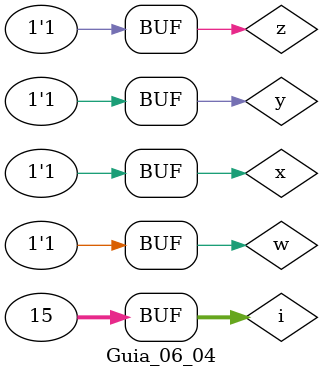
<source format=v>
/*
* Aluno: Pedro Henrique Lima Carvalho
* Matricula: 651230
* Arquitetura 1 - Tarde
* Guia_06 Exercicio 04.
*/
module a (output s, input x, y, w, z);
assign s = (y|~w|z)&(x|~y|~w);
endmodule

module b (output s, input x, y, w, z);
assign s = (~y|w|z)&(~x|w|~z)&(x|~y|~w|~z);
endmodule

module c (output s, input x, y, w, z);
assign s = (x|~y|w|z)&(~x|y|w|z)&(~x|~y|~z)&(~x|~y|~w);
endmodule

module d (output s, input x, y, w, z);
assign s = (x&~y)|~z;
endmodule

module e (output s, input x, y, w,z);
assign s = (x|~y)&(~x|~y|~w);
endmodule

module Guia_06_04;
// define data
reg x, y, w, z;
integer i;
wire sa, sb, sc, sd, se;

//instantiate
a a1 (sa, x, y, w, z);
b b1 (sb, x, y, w, z);
c c1 (sc, x, y, w, z);
d d1 (sd, x, y, w, z);
e e1 (se, x, y, w, z);

// initial values
initial
begin : start
x=1'b0; y=1'b0; w=1'b0; z=1'b0; i=0;
end

//main
initial
begin : main
//id
$display("Guia 06 Ex. 04");

//monitor
$display("\na) π M ( 2, 6, 7, 10 )");
$display(" Reduzida: (Y+W'+Z).(X+Y'+W')");

$display("  M | Reduzida");
$monitor(" %2d |    %b", i, sa);

//signals
#1 x=0; y=0; w=0; z=1; i=1;
#1 x=0; y=0; w=1; z=0; i=2;
#1 x=0; y=0; w=1; z=1; i=3;
#1 x=0; y=1; w=0; z=0; i=4;
#1 x=0; y=1; w=0; z=1; i=5;
#1 x=0; y=1; w=1; z=0; i=6;
#1 x=0; y=1; w=1; z=1; i=7;
#1 x=1; y=0; w=0; z=0; i=8;
#1 x=1; y=0; w=0; z=1; i=9;
#1 x=1; y=0; w=1; z=0; i=10;
#1 x=1; y=0; w=1; z=1; i=11;
#1 x=1; y=1; w=0; z=0; i=12;
#1 x=1; y=1; w=0; z=1; i=13;
#1 x=1; y=1; w=1; z=0; i=14;
#1 x=1; y=1; w=1; z=1; i=15;

//first signal b
#1 x=0; y=0; w=0; z=0; i=0;

//monitor
$display("\nb) π M ( 4, 7, 9, 12, 13 )");
$display(" Reduzida: (X'+W+Z').(X'+Y'+W).(Y'+W+Z').(X+Y'+Z')");

$display("  M | Reduzida");
$monitor(" %2d |    %b", i, sb);

//signals
#1 x=0; y=0; w=0; z=1; i=1;
#1 x=0; y=0; w=1; z=0; i=2;
#1 x=0; y=0; w=1; z=1; i=3;
#1 x=0; y=1; w=0; z=0; i=4;
#1 x=0; y=1; w=0; z=1; i=5;
#1 x=0; y=1; w=1; z=0; i=6;
#1 x=0; y=1; w=1; z=1; i=7;
#1 x=1; y=0; w=0; z=0; i=8;
#1 x=1; y=0; w=0; z=1; i=9;
#1 x=1; y=0; w=1; z=0; i=10;
#1 x=1; y=0; w=1; z=1; i=11;
#1 x=1; y=1; w=0; z=0; i=12;
#1 x=1; y=1; w=0; z=1; i=13;
#1 x=1; y=1; w=1; z=0; i=14;
#1 x=1; y=1; w=1; z=1; i=15;

//first signal c
#1 x=0; y=0; w=0; z=0; i=0;

//monitor
$display("\nc) π M ( 4, 8, 13, 14, 15 )");
$display(" Reduzida: (X+Y'+W+Z).(X'+Y+W+Z).(X'+Y'+Z').(X'+Y'+W')");

$display("  M | Reduzida");
$monitor(" %2d |    %b", i, sc);

//signals
#1 x=0; y=0; w=0; z=1; i=1;
#1 x=0; y=0; w=1; z=0; i=2;
#1 x=0; y=0; w=1; z=1; i=3;
#1 x=0; y=1; w=0; z=0; i=4;
#1 x=0; y=1; w=0; z=1; i=5;
#1 x=0; y=1; w=1; z=0; i=6;
#1 x=0; y=1; w=1; z=1; i=7;
#1 x=1; y=0; w=0; z=0; i=8;
#1 x=1; y=0; w=0; z=1; i=9;
#1 x=1; y=0; w=1; z=0; i=10;
#1 x=1; y=0; w=1; z=1; i=11;
#1 x=1; y=1; w=0; z=0; i=12;
#1 x=1; y=1; w=0; z=1; i=13;
#1 x=1; y=1; w=1; z=0; i=14;
#1 x=1; y=1; w=1; z=1; i=15;

//first signal d
#1 x=0; y=0; w=0; z=0; i=0;

//monitor
$display("\nd) π M ( 1, 3, 5, 7, 13, 14 )");
$display(" Reduzida: (X+Y+Z').(X+Y'+Z').(X'+Y'+Z') = (X.Y'.Z')");

$display("  M | Reduzida");
$monitor(" %2d |    %b", i, sd);

//signals
#1 x=0; y=0; w=0; z=1; i=1;
#1 x=0; y=0; w=1; z=0; i=2;
#1 x=0; y=0; w=1; z=1; i=3;
#1 x=0; y=1; w=0; z=0; i=4;
#1 x=0; y=1; w=0; z=1; i=5;
#1 x=0; y=1; w=1; z=0; i=6;
#1 x=0; y=1; w=1; z=1; i=7;
#1 x=1; y=0; w=0; z=0; i=8;
#1 x=1; y=0; w=0; z=1; i=9;
#1 x=1; y=0; w=1; z=0; i=10;
#1 x=1; y=0; w=1; z=1; i=11;
#1 x=1; y=1; w=0; z=0; i=12;
#1 x=1; y=1; w=0; z=1; i=13;
#1 x=1; y=1; w=1; z=0; i=14;
#1 x=1; y=1; w=1; z=1; i=15;

//first signal e
#1 x=0; y=0; w=0; z=0; i=0;

//monitor
$display("\ne) π M ( 4, 5, 6, 7, 14, 15 )");
$display(" Reduzida: (X+Y').(X'+Y'+Z')");

$display("  M | Reduzida");
$monitor(" %2d |    %b", i, se);

//signals
#1 x=0; y=0; w=0; z=1; i=1;
#1 x=0; y=0; w=1; z=0; i=2;
#1 x=0; y=0; w=1; z=1; i=3;
#1 x=0; y=1; w=0; z=0; i=4;
#1 x=0; y=1; w=0; z=1; i=5;
#1 x=0; y=1; w=1; z=0; i=6;
#1 x=0; y=1; w=1; z=1; i=7;
#1 x=1; y=0; w=0; z=0; i=8;
#1 x=1; y=0; w=0; z=1; i=9;
#1 x=1; y=0; w=1; z=0; i=10;
#1 x=1; y=0; w=1; z=1; i=11;
#1 x=1; y=1; w=0; z=0; i=12;
#1 x=1; y=1; w=0; z=1; i=13;
#1 x=1; y=1; w=1; z=0; i=14;
#1 x=1; y=1; w=1; z=1; i=15;

end // main
endmodule // Guia

</source>
